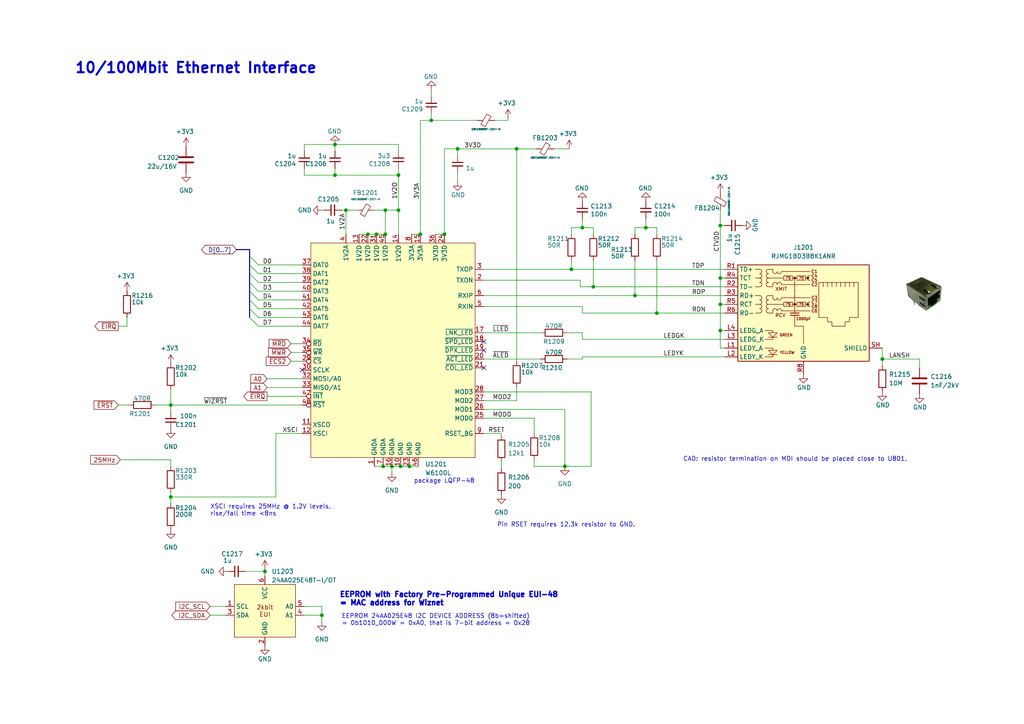
<source format=kicad_sch>
(kicad_sch (version 20230121) (generator eeschema)
  (paper "A4")
  (title_block (title "X65-SBC") (date "2024-01-10") (rev "revA1") (company "FOR X65.EU DESIGNED BY JSYKORA.INFO") (comment 1 "Ethernet LAN Adapter with WIZNET"))
  (lib_symbols
    (symbol "Connector:RJ45_Amphenol_RJMG1BD3B8K1ANR"
      (property "Reference" "J1201" (at 0 19.05 0))
      (property "Value" "RJMG1BD3B8K1ANR" (at 0 16.51 0))
      (symbol "RJ45_Amphenol_RJMG1BD3B8K1ANR_0_0"
        (circle (center -2.54 2.54) (radius 0.254) (stroke (width 0.254)) (fill (type outline)))
        (circle (center -2.54 10.16) (radius 0.254) (stroke (width 0.254)) (fill (type outline)))
        (polyline (pts (xy -7.62 -12.065) (xy -10.16 -12.065)))
        (polyline (pts (xy -7.62 -6.985) (xy -10.16 -6.985)))
        (polyline (pts (xy -2.54 10.16) (xy -2.54 0)))
        (polyline (pts (xy -1.27 -0.635) (xy -3.81 -0.635)) (stroke (width 0.254)))
        (polyline (pts (xy -1.27 0) (xy -3.81 0)) (stroke (width 0.254)))
        (polyline (pts (xy 1.27 2.54) (xy 0.635 2.54)))
        (polyline (pts (xy 1.27 10.16) (xy 0.635 10.16)))
        (polyline (pts (xy -11.176 -12.7) (xy -8.89 -12.7) (xy -8.89 -12.065)))
        (polyline (pts (xy -11.176 -10.16) (xy -8.89 -10.16) (xy -8.89 -10.795)))
        (polyline (pts (xy -11.176 -5.08) (xy -8.89 -5.08) (xy -8.89 -5.715)))
        (polyline (pts (xy -8.89 -6.985) (xy -8.89 -7.62) (xy -11.176 -7.62)))
        (polyline (pts (xy -10.16 -5.715) (xy -7.62 -5.715) (xy -8.89 -6.985) (xy -10.16 -5.715)))
        (polyline (pts (xy -7.62 -10.795) (xy -10.16 -10.795) (xy -8.89 -12.065) (xy -7.62 -10.795)))
        (polyline (pts (xy -2.54 -0.635) (xy -2.54 -3.81) (xy 0 -3.81) (xy 0 -8.89)))
        (polyline (pts (xy 1.905 3.175) (xy 1.27 3.175) (xy 1.27 1.905) (xy 1.905 1.905)))
        (polyline (pts (xy 1.905 10.795) (xy 1.27 10.795) (xy 1.27 9.525) (xy 1.905 9.525)))
        (circle (center 1.27 2.54) (radius 0.254) (stroke (width 0.254)) (fill (type outline)))
        (circle (center 1.27 10.16) (radius 0.254) (stroke (width 0.254)) (fill (type outline)))
        (text "1000pF" (at 0 -1.651 0) (effects (font (size 0.762 0.762))))
        (text "75" (at -4.445 2.54 0) (effects (font (size 0.762 0.762))))
        (text "75" (at -4.445 10.16 0) (effects (font (size 0.762 0.762))))
        (text "75" (at -0.635 2.54 0) (effects (font (size 0.762 0.762))))
        (text "75" (at -0.635 10.16 0) (effects (font (size 0.762 0.762))))
        (text "C1" (at 3.175 12.065 0) (effects (font (size 0.889 0.889))))
        (text "C2" (at 3.175 8.255 0) (effects (font (size 0.889 0.889))))
        (text "C3" (at 3.175 4.445 0) (effects (font (size 0.889 0.889))))
        (text "C4" (at 3.175 10.795 0) (effects (font (size 0.889 0.889))))
        (text "C5" (at 3.175 9.525 0) (effects (font (size 0.889 0.889))))
        (text "C6" (at 3.175 0.635 0) (effects (font (size 0.889 0.889))))
        (text "C7" (at 3.175 3.175 0) (effects (font (size 0.889 0.889))))
        (text "C8" (at 3.175 1.905 0) (effects (font (size 0.889 0.889))))
        (text "GREEN" (at -6.985 -6.35 0) (effects (font (size 0.762 0.762)) (justify left)))
        (text "RCV" (at -8.255 -0.635 0) (effects (font (size 1.016 1.016)) (justify left)))
        (text "XMIT" (at -8.255 6.985 0) (effects (font (size 1.016 1.016)) (justify left)))
        (text "YELLOW" (at -6.985 -11.43 0) (effects (font (size 0.762 0.762)) (justify left)))
      )
      (symbol "RJ45_Amphenol_RJMG1BD3B8K1ANR_0_1"
        (rectangle (start -19.05 -13.97) (end 19.05 13.97) (stroke (width 0.254)) (fill (type background)))
        (arc (start -12.7 0) (mid -12.0677 0.635) (end -12.7 1.27))
        (arc (start -12.7 1.27) (mid -12.0677 1.905) (end -12.7 2.54))
        (arc (start -12.7 2.54) (mid -12.0677 3.175) (end -12.7 3.81))
        (arc (start -12.7 3.81) (mid -12.0677 4.445) (end -12.7 5.08))
        (arc (start -12.7 7.62) (mid -12.0677 8.255) (end -12.7 8.89))
        (arc (start -12.7 8.89) (mid -12.0677 9.525) (end -12.7 10.16))
        (arc (start -12.7 10.16) (mid -12.0677 10.795) (end -12.7 11.43))
        (arc (start -12.7 11.43) (mid -12.0677 12.065) (end -12.7 12.7))
        (arc (start -10.16 1.27) (mid -10.7923 0.635) (end -10.16 0))
        (arc (start -10.16 2.54) (mid -10.7923 1.905) (end -10.16 1.27))
        (arc (start -10.16 3.81) (mid -10.7923 3.175) (end -10.16 2.54))
        (arc (start -10.16 5.08) (mid -10.7923 4.445) (end -10.16 3.81))
        (arc (start -10.16 8.89) (mid -10.7923 8.255) (end -10.16 7.62))
        (arc (start -10.16 10.16) (mid -10.7923 9.525) (end -10.16 8.89))
        (arc (start -10.16 11.43) (mid -10.7923 10.795) (end -10.16 10.16))
        (arc (start -10.16 12.7) (mid -10.7923 12.065) (end -10.16 11.43))
        (arc (start -8.89 4.445) (mid -8.255 3.8127) (end -7.62 4.445))
        (arc (start -8.89 12.065) (mid -8.255 11.4327) (end -7.62 12.065))
        (arc (start -7.62 0.635) (mid -8.255 1.2673) (end -8.89 0.635))
        (arc (start -7.62 4.445) (mid -6.985 3.8127) (end -6.35 4.445))
        (arc (start -7.62 8.255) (mid -8.255 8.8873) (end -8.89 8.255))
        (arc (start -7.62 12.065) (mid -6.985 11.4327) (end -6.35 12.065))
        (arc (start -6.35 0.635) (mid -6.985 1.2673) (end -7.62 0.635))
        (arc (start -6.35 8.255) (mid -6.985 8.8873) (end -7.62 8.255))
        (rectangle (start -5.715 3.175) (end -3.175 1.905))
        (rectangle (start -5.715 10.795) (end -3.175 9.525))
        (rectangle (start -1.905 3.175) (end 0.635 1.905))
        (rectangle (start -1.905 10.795) (end 0.635 9.525))
        (polyline (pts (xy -12.7 0) (xy -13.97 0)))
        (polyline (pts (xy -12.7 2.54) (xy -13.97 2.54)))
        (polyline (pts (xy -12.7 5.08) (xy -13.97 5.08)))
        (polyline (pts (xy -12.7 7.62) (xy -13.97 7.62)))
        (polyline (pts (xy -12.7 10.16) (xy -13.97 10.16)))
        (polyline (pts (xy -12.7 12.7) (xy -13.97 12.7)))
        (polyline (pts (xy -6.35 0.635) (xy 1.905 0.635)))
        (polyline (pts (xy -6.35 4.445) (xy 1.905 4.445)))
        (polyline (pts (xy -6.35 8.255) (xy 1.905 8.255)))
        (polyline (pts (xy -6.35 12.065) (xy 1.905 12.065)))
        (polyline (pts (xy -5.715 2.54) (xy -10.16 2.54)))
        (polyline (pts (xy -5.715 10.16) (xy -10.16 10.16)))
        (polyline (pts (xy -3.175 2.54) (xy -1.905 2.54)))
        (polyline (pts (xy -3.175 10.16) (xy -1.905 10.16)))
        (polyline (pts (xy 5.715 7.62) (xy 5.715 8.89)))
        (polyline (pts (xy 6.985 8.89) (xy 6.985 7.62)))
        (polyline (pts (xy 8.255 8.89) (xy 8.255 7.62)))
        (polyline (pts (xy 9.525 8.89) (xy 9.525 7.62)))
        (polyline (pts (xy 10.795 8.89) (xy 10.795 7.62)))
        (polyline (pts (xy 12.065 8.89) (xy 12.065 7.62)))
        (polyline (pts (xy 13.335 7.62) (xy 13.335 8.89)))
        (polyline (pts (xy 14.605 7.62) (xy 14.605 8.89)))
        (polyline (pts (xy -10.16 5.08) (xy -8.89 5.08) (xy -8.89 4.445)))
        (polyline (pts (xy -10.16 12.7) (xy -8.89 12.7) (xy -8.89 12.065)))
        (polyline (pts (xy -8.89 0.635) (xy -8.89 0) (xy -10.16 0)))
        (polyline (pts (xy -8.89 8.255) (xy -8.89 7.62) (xy -10.16 7.62)))
        (polyline (pts (xy 4.445 8.89) (xy 15.875 8.89) (xy 15.875 -1.27) (xy 13.335 -1.27) (xy 13.335 -2.54) (xy 12.065 -2.54) (xy 12.065 -3.81) (xy 8.255 -3.81) (xy 8.255 -2.54) (xy 6.985 -2.54) (xy 6.985 -1.27) (xy 4.445 -1.27) (xy 4.445 8.89)))
      )
      (symbol "RJ45_Amphenol_RJMG1BD3B8K1ANR_1_1"
        (pin passive line (at -22.86 -10.16 0) (length 3.81) (name "LEDY_A") (number "L1"))
        (pin passive line (at -22.86 -12.7 0) (length 3.81) (name "LEDY_K") (number "L2"))
        (pin passive line (at -22.86 -7.62 0) (length 3.81) (name "LEDG_K") (number "L3"))
        (pin passive line (at -22.86 -5.08 0) (length 3.81) (name "LEDG_A") (number "L4"))
        (pin passive line (at -22.86 12.7 0) (length 3.81) (name "TD+") (number "R1"))
        (pin passive line (at -22.86 7.62 0) (length 3.81) (name "TD-") (number "R2"))
        (pin passive line (at -22.86 5.08 0) (length 3.81) (name "RD+") (number "R3"))
        (pin passive line (at -22.86 10.16 0) (length 3.81) (name "TCT") (number "R4"))
        (pin passive line (at -22.86 2.54 0) (length 3.81) (name "RCT") (number "R5"))
        (pin passive line (at -22.86 0 0) (length 3.81) (name "RD-") (number "R6"))
        (pin no_connect line (at 5.08 -5.08 0) (length 0) hide (name "NC") (number "R7"))
        (pin power_in line (at 0 -17.78 90) (length 3.81) (name "GND") (number "R8"))
        (pin passive line (at 22.86 -10.16 180) (length 3.81) (name "SHIELD") (number "SH"))
      )
    )
    (symbol "Device:C" (pin_numbers hide) (pin_names (offset 0.254))
      (property "Reference" "C" (at 0.635 2.54 0))
      (property "Value" "C" (at 0.635 -2.54 0))
      (symbol "C_0_1"
        (polyline (pts (xy -2.032 -0.762) (xy 2.032 -0.762)) (stroke (width 0.508)))
        (polyline (pts (xy -2.032 0.762) (xy 2.032 0.762)) (stroke (width 0.508)))
      )
      (symbol "C_1_1"
        (pin passive line (at 0 3.81 270) (length 2.794) (name "~") (number "1"))
        (pin passive line (at 0 -3.81 90) (length 2.794) (name "~") (number "2"))
      )
    )
    (symbol "Device:C_Small" (pin_numbers hide) (pin_names (offset 0.254) hide)
      (property "Reference" "C" (at 0.254 1.778 0))
      (property "Value" "C_Small" (at 0.254 -2.032 0))
      (symbol "C_Small_0_1"
        (polyline (pts (xy -1.524 -0.508) (xy 1.524 -0.508)) (stroke (width 0.3302)))
        (polyline (pts (xy -1.524 0.508) (xy 1.524 0.508)) (stroke (width 0.3048)))
      )
      (symbol "C_Small_1_1"
        (pin passive line (at 0 2.54 270) (length 2.032) (name "~") (number "1"))
        (pin passive line (at 0 -2.54 90) (length 2.032) (name "~") (number "2"))
      )
    )
    (symbol "Device:FerriteBead_Small" (pin_numbers hide) (pin_names (offset 0))
      (property "Reference" "FB" (at 1.905 1.27 0))
      (property "Value" "FerriteBead_Small" (at 1.905 -1.27 0))
      (symbol "FerriteBead_Small_0_1"
        (polyline (pts (xy 0 -1.27) (xy 0 -0.7874)))
        (polyline (pts (xy 0 0.889) (xy 0 1.2954)))
        (polyline (pts (xy -1.8288 0.2794) (xy -1.1176 1.4986) (xy 1.8288 -0.2032) (xy 1.1176 -1.4224) (xy -1.8288 0.2794)))
      )
      (symbol "FerriteBead_Small_1_1"
        (pin passive line (at 0 2.54 270) (length 1.27) (name "~") (number "1"))
        (pin passive line (at 0 -2.54 90) (length 1.27) (name "~") (number "2"))
      )
    )
    (symbol "Device:R" (pin_numbers hide) (pin_names (offset 0))
      (property "Reference" "R" (at 2.032 0 90))
      (property "Value" "R" (at 0 0 90))
      (symbol "R_0_1"
        (rectangle (start -1.016 -2.54) (end 1.016 2.54) (stroke (width 0.254)))
      )
      (symbol "R_1_1"
        (pin passive line (at 0 3.81 270) (length 1.27) (name "~") (number "1"))
        (pin passive line (at 0 -3.81 90) (length 1.27) (name "~") (number "2"))
      )
    )
    (symbol "Wiznet:24AA025E-OT"
      (property "Reference" "U" (at 3.81 19.05 0))
      (property "Value" "24AA025E-OT" (at 8.89 16.51 0))
      (symbol "24AA025E-OT_0_1"
        (rectangle (start -8.89 15.24) (end 8.89 0) (fill (type background)))
        (text "2kbit\nEUI" (at 0 7.62 0) (effects (font (size 1.27 1.27))))
      )
      (symbol "24AA025E-OT_1_1"
        (pin input line (at -11.43 8.89 0) (length 2.54) (name "SCL") (number "1"))
        (pin power_in line (at 0 -2.54 90) (length 2.54) (name "GND") (number "2"))
        (pin bidirectional line (at -11.43 6.35 0) (length 2.54) (name "SDA") (number "3"))
        (pin input line (at 11.43 6.35 180) (length 2.54) (name "A1") (number "4"))
        (pin input line (at 11.43 8.89 180) (length 2.54) (name "A0") (number "5"))
        (pin power_in line (at 0 17.78 270) (length 2.54) (name "VCC") (number "6"))
      )
    )
    (symbol "Wiznet:W6100L"
      (property "Reference" "U" (at -24.765 -35.56 0))
      (property "Value" "W6100L" (at -21.59 -38.1 0))
      (symbol "W6100L_0_1"
        (rectangle (start -25.4 29.21) (end 22.225 -33.02) (fill (type background)))
      )
      (symbol "W6100L_1_1"
        (pin power_in line (at -6.985 -35.56 90) (length 2.54) (name "GNDA") (number "1"))
        (pin power_in line (at 0.635 -35.56 90) (length 2.54) (name "GND") (number "10"))
        (pin input line (at -27.94 -23.495 0) (length 2.54) (name "XSCO") (number "11"))
        (pin input line (at -27.94 -26.035 0) (length 2.54) (name "XSCI") (number "12"))
        (pin power_in line (at -11.43 31.75 270) (length 2.54) (name "1V2D") (number "13"))
        (pin power_out line (at 0 31.75 270) (length 2.54) (name "1V2O") (number "14"))
        (pin power_in line (at 6.35 31.75 270) (length 2.54) (name "3V3A") (number "15"))
        (pin power_in line (at -1.905 -35.56 90) (length 2.54) (name "GNDA") (number "16"))
        (pin output line (at 24.765 3.175 180) (length 2.54) (name "~{LNK_LED}") (number "17"))
        (pin output line (at 24.765 0.635 180) (length 2.54) (name "~{SPD_LED}") (number "18"))
        (pin output line (at 24.765 -1.905 180) (length 2.54) (name "~{DPX_LED}") (number "19"))
        (pin output line (at 24.765 18.415 180) (length 2.54) (name "TXON") (number "2"))
        (pin output line (at 24.765 -4.445 180) (length 2.54) (name "~{ACT_LED}") (number "20"))
        (pin output line (at 24.765 -6.985 180) (length 2.54) (name "~{COL_LED}") (number "21"))
        (pin power_in line (at -8.89 31.75 270) (length 2.54) (name "1V2D") (number "22"))
        (pin power_in line (at 3.175 -35.56 90) (length 2.54) (name "GND") (number "23"))
        (pin power_in line (at 13.335 31.75 270) (length 2.54) (name "3V3D") (number "24"))
        (pin input line (at 24.765 -21.59 180) (length 2.54) (name "MOD0") (number "25"))
        (pin input line (at 24.765 -19.05 180) (length 2.54) (name "MOD1") (number "26"))
        (pin input line (at 24.765 -16.51 180) (length 2.54) (name "MOD2") (number "27"))
        (pin input line (at 24.765 -13.97 180) (length 2.54) (name "MOD3") (number "28"))
        (pin input inverted (at -27.94 -5.08 0) (length 2.54) (name "~{CS}") (number "29"))
        (pin output line (at 24.765 21.59 180) (length 2.54) (name "TXOP") (number "3"))
        (pin input line (at -27.94 -7.62 0) (length 2.54) (name "SCLK") (number "30"))
        (pin power_in line (at -6.35 31.75 270) (length 2.54) (name "1V2D") (number "31"))
        (pin input line (at -27.94 -10.16 0) (length 2.54) (name "MOSI/A0") (number "32"))
        (pin bidirectional line (at -27.94 -12.7 0) (length 2.54) (name "MISO/A1") (number "33"))
        (pin input inverted (at -27.94 0 0) (length 2.54) (name "~{RD}") (number "34"))
        (pin input inverted (at -27.94 -2.54 0) (length 2.54) (name "~{WR}") (number "35"))
        (pin power_in line (at 10.795 31.75 270) (length 2.54) (name "3V3D") (number "36"))
        (pin bidirectional line (at -27.94 22.86 0) (length 2.54) (name "DAT0") (number "37"))
        (pin bidirectional line (at -27.94 20.32 0) (length 2.54) (name "DAT1") (number "38"))
        (pin bidirectional line (at -27.94 17.78 0) (length 2.54) (name "DAT2") (number "39"))
        (pin power_in line (at -15.24 31.75 270) (length 2.54) (name "1V2A") (number "4"))
        (pin bidirectional line (at -27.94 15.24 0) (length 2.54) (name "DAT3") (number "40"))
        (pin bidirectional line (at -27.94 12.7 0) (length 2.54) (name "DAT4") (number "41"))
        (pin bidirectional line (at -27.94 10.16 0) (length 2.54) (name "DAT5") (number "42"))
        (pin bidirectional line (at -27.94 7.62 0) (length 2.54) (name "DAT6") (number "43"))
        (pin bidirectional line (at -27.94 5.08 0) (length 2.54) (name "DAT7") (number "44"))
        (pin power_in line (at -3.81 31.75 270) (length 2.54) (name "1V2D") (number "45"))
        (pin power_in line (at 5.715 -35.56 90) (length 2.54) (name "GND") (number "46"))
        (pin bidirectional inverted (at -27.94 -15.24 0) (length 2.54) (name "~{INT}") (number "47"))
        (pin input inverted (at -27.94 -17.78 0) (length 2.54) (name "~{RST}") (number "48"))
        (pin input line (at 24.765 10.795 180) (length 2.54) (name "RXIN") (number "5"))
        (pin input line (at 24.765 13.97 180) (length 2.54) (name "RXIP") (number "6"))
        (pin power_in line (at -4.445 -35.56 90) (length 2.54) (name "GNDA") (number "7"))
        (pin power_in line (at 3.81 31.75 270) (length 2.54) (name "3V3A") (number "8"))
        (pin input line (at 24.765 -26.035 180) (length 2.54) (name "RSET_BG") (number "9"))
      )
    )
    (symbol "power:+3V3" (power) (pin_names (offset 0))
      (property "Value" "+3V3" (at 0 3.556 0))
      (symbol "+3V3_0_1"
        (polyline (pts (xy -0.762 1.27) (xy 0 2.54)))
        (polyline (pts (xy 0 0) (xy 0 2.54)))
        (polyline (pts (xy 0 2.54) (xy 0.762 1.27)))
      )
      (symbol "+3V3_1_1"
        (pin power_in line (at 0 0 90) (length 0) hide (name "+3V3") (number "1"))
      )
    )
    (symbol "power:GND" (power) (pin_names (offset 0))
      (property "Value" "GND" (at 0 -3.81 0))
      (symbol "GND_0_1"
        (polyline (pts (xy 0 0) (xy 0 -1.27) (xy 1.27 -1.27) (xy 0 -2.54) (xy -1.27 -1.27) (xy 0 -1.27)))
      )
      (symbol "GND_1_1"
        (pin power_in line (at 0 0 270) (length 0) hide (name "GND") (number "1"))
      )
    )
  )
  (junction (at 149.86 43.18))
  (junction (at 100.33 60.96))
  (junction (at 49.53 117.475))
  (junction (at 208.915 80.645))
  (junction (at 187.325 66.04))
  (junction (at 184.15 85.725))
  (junction (at 49.53 144.145))
  (junction (at 165.735 78.105))
  (junction (at 121.92 67.945))
  (junction (at 111.76 60.96))
  (junction (at 190.5 90.805))
  (junction (at 97.155 50.8))
  (junction (at 128.905 67.945))
  (junction (at 97.155 41.91))
  (junction (at 93.345 178.435))
  (junction (at 109.22 67.945))
  (junction (at 106.68 67.945))
  (junction (at 111.76 67.945))
  (junction (at 111.125 135.255))
  (junction (at 115.57 50.8))
  (junction (at 116.205 135.255))
  (junction (at 118.745 135.255))
  (junction (at 172.085 83.185))
  (junction (at 208.915 65.405))
  (junction (at 125.095 34.925))
  (junction (at 208.915 88.265))
  (junction (at 255.905 104.14))
  (junction (at 208.915 95.885))
  (junction (at 132.715 43.18))
  (junction (at 76.835 165.735))
  (junction (at 168.91 66.04))
  (junction (at 163.83 135.255))
  (junction (at 115.57 60.96))
  (junction (at 113.665 135.255))
  (no_connect (at 140.335 106.68))
  (no_connect (at 87.63 107.315))
  (no_connect (at 140.335 99.06))
  (no_connect (at 140.335 101.6))
  (bus_entry (at 72.39 89.535) (size 2.54 2.54))
  (bus_entry (at 72.39 79.375) (size 2.54 2.54))
  (bus_entry (at 72.39 86.995) (size 2.54 2.54))
  (bus_entry (at 72.39 81.915) (size 2.54 2.54))
  (bus_entry (at 72.39 84.455) (size 2.54 2.54))
  (bus_entry (at 72.39 92.075) (size 2.54 2.54))
  (bus_entry (at 72.39 74.295) (size 2.54 2.54))
  (bus_entry (at 72.39 76.835) (size 2.54 2.54))
  (wire (pts (xy 87.63 125.73) (xy 80.01 125.73)))
  (bus (pts (xy 72.39 89.535) (xy 72.39 86.995)))
  (wire (pts (xy 121.92 67.945) (xy 121.92 34.925)))
  (wire (pts (xy 111.76 60.96) (xy 111.76 67.945)))
  (bus (pts (xy 72.39 76.835) (xy 72.39 74.295)))
  (wire (pts (xy 132.715 43.18) (xy 132.715 45.085)))
  (wire (pts (xy 184.15 67.945) (xy 184.15 66.04)))
  (wire (pts (xy 60.96 178.435) (xy 65.405 178.435)))
  (wire (pts (xy 163.83 135.255) (xy 171.45 135.255)))
  (wire (pts (xy 49.53 135.255) (xy 49.53 133.35)))
  (wire (pts (xy 74.93 86.995) (xy 87.63 86.995)))
  (wire (pts (xy 140.335 125.73) (xy 145.415 125.73)))
  (wire (pts (xy 49.53 117.475) (xy 49.53 113.03)))
  (wire (pts (xy 74.93 92.075) (xy 87.63 92.075)))
  (wire (pts (xy 208.915 88.265) (xy 208.915 95.885)))
  (wire (pts (xy 171.45 113.665) (xy 171.45 135.255)))
  (wire (pts (xy 168.91 96.52) (xy 164.465 96.52)))
  (wire (pts (xy 168.91 103.505) (xy 168.91 104.14)))
  (wire (pts (xy 93.345 175.895) (xy 93.345 178.435)))
  (wire (pts (xy 97.155 50.8) (xy 88.265 50.8)))
  (wire (pts (xy 76.835 165.1) (xy 76.835 165.735)))
  (bus (pts (xy 72.39 81.915) (xy 72.39 79.375)))
  (wire (pts (xy 77.47 114.935) (xy 87.63 114.935)))
  (wire (pts (xy 210.185 95.885) (xy 208.915 95.885)))
  (wire (pts (xy 115.57 48.895) (xy 115.57 50.8)))
  (wire (pts (xy 165.735 78.105) (xy 210.185 78.105)))
  (wire (pts (xy 266.7 104.14) (xy 266.7 106.68)))
  (wire (pts (xy 104.14 67.945) (xy 106.68 67.945)))
  (wire (pts (xy 184.15 75.565) (xy 184.15 85.725)))
  (wire (pts (xy 88.265 41.91) (xy 88.265 43.815)))
  (wire (pts (xy 100.33 60.96) (xy 100.33 67.945)))
  (wire (pts (xy 163.83 118.745) (xy 163.83 135.255)))
  (wire (pts (xy 76.835 165.735) (xy 76.835 167.005)))
  (wire (pts (xy 115.57 60.96) (xy 111.76 60.96)))
  (wire (pts (xy 97.155 41.91) (xy 97.155 43.815)))
  (wire (pts (xy 49.53 142.875) (xy 49.53 144.145)))
  (wire (pts (xy 184.15 66.04) (xy 187.325 66.04)))
  (wire (pts (xy 93.345 60.96) (xy 93.98 60.96)))
  (wire (pts (xy 34.925 133.35) (xy 49.53 133.35)))
  (bus (pts (xy 72.39 74.295) (xy 72.39 72.39)))
  (wire (pts (xy 74.93 94.615) (xy 87.63 94.615)))
  (wire (pts (xy 165.735 75.565) (xy 165.735 78.105)))
  (wire (pts (xy 172.085 66.04) (xy 172.085 67.945)))
  (wire (pts (xy 208.915 88.265) (xy 210.185 88.265)))
  (wire (pts (xy 113.665 135.255) (xy 116.205 135.255)))
  (wire (pts (xy 154.94 135.255) (xy 163.83 135.255)))
  (wire (pts (xy 84.455 104.775) (xy 87.63 104.775)))
  (wire (pts (xy 88.265 178.435) (xy 93.345 178.435)))
  (wire (pts (xy 97.155 50.8) (xy 115.57 50.8)))
  (wire (pts (xy 187.325 66.04) (xy 190.5 66.04)))
  (wire (pts (xy 109.22 67.945) (xy 111.76 67.945)))
  (wire (pts (xy 132.715 43.18) (xy 128.905 43.18)))
  (wire (pts (xy 88.265 175.895) (xy 93.345 175.895)))
  (wire (pts (xy 255.905 104.14) (xy 255.905 106.045)))
  (wire (pts (xy 128.905 43.18) (xy 128.905 67.945)))
  (wire (pts (xy 74.93 76.835) (xy 87.63 76.835)))
  (wire (pts (xy 97.155 41.91) (xy 115.57 41.91)))
  (wire (pts (xy 168.91 66.04) (xy 172.085 66.04)))
  (wire (pts (xy 119.38 67.945) (xy 121.92 67.945)))
  (wire (pts (xy 208.915 65.405) (xy 208.915 80.645)))
  (wire (pts (xy 140.335 121.285) (xy 154.94 121.285)))
  (wire (pts (xy 116.205 135.255) (xy 118.745 135.255)))
  (wire (pts (xy 255.905 100.965) (xy 255.905 104.14)))
  (wire (pts (xy 97.155 50.8) (xy 97.155 48.895)))
  (wire (pts (xy 125.095 34.925) (xy 138.43 34.925)))
  (wire (pts (xy 74.93 89.535) (xy 87.63 89.535)))
  (wire (pts (xy 80.01 125.73) (xy 80.01 144.145)))
  (wire (pts (xy 74.93 79.375) (xy 87.63 79.375)))
  (wire (pts (xy 155.575 43.18) (xy 149.86 43.18)))
  (wire (pts (xy 140.335 81.28) (xy 168.275 81.28)))
  (wire (pts (xy 210.185 98.425) (xy 168.91 98.425)))
  (wire (pts (xy 99.06 60.96) (xy 100.33 60.96)))
  (wire (pts (xy 145.415 125.73) (xy 145.415 126.365)))
  (wire (pts (xy 184.15 85.725) (xy 210.185 85.725)))
  (wire (pts (xy 113.665 135.255) (xy 113.665 137.16)))
  (wire (pts (xy 121.92 34.925) (xy 125.095 34.925)))
  (wire (pts (xy 149.86 43.18) (xy 149.86 104.775)))
  (wire (pts (xy 36.83 92.075) (xy 36.83 94.615)))
  (wire (pts (xy 36.83 94.615) (xy 34.29 94.615)))
  (wire (pts (xy 190.5 90.805) (xy 210.185 90.805)))
  (wire (pts (xy 60.96 175.895) (xy 65.405 175.895)))
  (wire (pts (xy 154.94 121.285) (xy 154.94 125.73)))
  (wire (pts (xy 147.32 34.925) (xy 143.51 34.925)))
  (wire (pts (xy 77.47 109.855) (xy 87.63 109.855)))
  (wire (pts (xy 115.57 50.8) (xy 115.57 60.96)))
  (bus (pts (xy 72.39 76.835) (xy 72.39 79.375)))
  (wire (pts (xy 111.125 135.255) (xy 113.665 135.255)))
  (wire (pts (xy 140.335 116.205) (xy 149.86 116.205)))
  (bus (pts (xy 68.58 72.39) (xy 72.39 72.39)))
  (wire (pts (xy 208.915 60.96) (xy 208.915 65.405)))
  (wire (pts (xy 108.585 60.96) (xy 111.76 60.96)))
  (wire (pts (xy 208.915 80.645) (xy 208.915 88.265)))
  (wire (pts (xy 140.335 118.745) (xy 163.83 118.745)))
  (wire (pts (xy 208.915 95.885) (xy 208.915 100.965)))
  (wire (pts (xy 165.735 66.04) (xy 168.91 66.04)))
  (wire (pts (xy 165.735 67.945) (xy 165.735 66.04)))
  (wire (pts (xy 49.53 144.145) (xy 80.01 144.145)))
  (wire (pts (xy 187.325 63.5) (xy 187.325 66.04)))
  (wire (pts (xy 126.365 67.945) (xy 128.905 67.945)))
  (wire (pts (xy 168.275 83.185) (xy 172.085 83.185)))
  (wire (pts (xy 34.29 117.475) (xy 37.465 117.475)))
  (wire (pts (xy 208.915 80.645) (xy 210.185 80.645)))
  (wire (pts (xy 154.94 133.35) (xy 154.94 135.255)))
  (wire (pts (xy 140.335 113.665) (xy 171.45 113.665)))
  (wire (pts (xy 255.905 104.14) (xy 266.7 104.14)))
  (wire (pts (xy 74.93 84.455) (xy 87.63 84.455)))
  (wire (pts (xy 115.57 43.815) (xy 115.57 41.91)))
  (wire (pts (xy 190.5 66.04) (xy 190.5 67.945)))
  (bus (pts (xy 72.39 86.995) (xy 72.39 84.455)))
  (wire (pts (xy 140.335 85.725) (xy 184.15 85.725)))
  (wire (pts (xy 71.12 165.735) (xy 76.835 165.735)))
  (wire (pts (xy 108.585 135.255) (xy 111.125 135.255)))
  (wire (pts (xy 145.415 133.985) (xy 145.415 135.89)))
  (wire (pts (xy 88.265 50.8) (xy 88.265 48.895)))
  (wire (pts (xy 74.93 81.915) (xy 87.63 81.915)))
  (wire (pts (xy 118.745 135.255) (xy 121.285 135.255)))
  (wire (pts (xy 87.63 117.475) (xy 49.53 117.475)))
  (wire (pts (xy 115.57 67.945) (xy 115.57 60.96)))
  (wire (pts (xy 208.915 65.405) (xy 210.185 65.405)))
  (wire (pts (xy 103.505 60.96) (xy 100.33 60.96)))
  (wire (pts (xy 84.455 102.235) (xy 87.63 102.235)))
  (wire (pts (xy 172.085 75.565) (xy 172.085 83.185)))
  (wire (pts (xy 93.345 178.435) (xy 93.345 180.34)))
  (wire (pts (xy 147.32 34.29) (xy 147.32 34.925)))
  (wire (pts (xy 168.91 98.425) (xy 168.91 96.52)))
  (wire (pts (xy 140.335 96.52) (xy 156.845 96.52)))
  (wire (pts (xy 172.085 83.185) (xy 210.185 83.185)))
  (wire (pts (xy 132.715 52.705) (xy 132.715 50.165)))
  (wire (pts (xy 125.095 26.035) (xy 125.095 27.94)))
  (bus (pts (xy 72.39 84.455) (xy 72.39 81.915)))
  (wire (pts (xy 125.095 33.02) (xy 125.095 34.925)))
  (wire (pts (xy 190.5 75.565) (xy 190.5 90.805)))
  (bus (pts (xy 72.39 92.075) (xy 72.39 89.535)))
  (wire (pts (xy 49.53 117.475) (xy 49.53 119.38)))
  (wire (pts (xy 140.335 88.9) (xy 168.91 88.9)))
  (wire (pts (xy 140.335 104.14) (xy 156.845 104.14)))
  (wire (pts (xy 149.86 112.395) (xy 149.86 116.205)))
  (wire (pts (xy 210.185 103.505) (xy 168.91 103.505)))
  (wire (pts (xy 49.53 144.145) (xy 49.53 146.05)))
  (wire (pts (xy 208.915 100.965) (xy 210.185 100.965)))
  (wire (pts (xy 132.715 43.18) (xy 149.86 43.18)))
  (wire (pts (xy 168.91 63.5) (xy 168.91 66.04)))
  (wire (pts (xy 97.155 41.91) (xy 88.265 41.91)))
  (wire (pts (xy 168.91 104.14) (xy 164.465 104.14)))
  (wire (pts (xy 168.91 90.805) (xy 190.5 90.805)))
  (wire (pts (xy 160.655 43.18) (xy 165.1 43.18)))
  (wire (pts (xy 168.275 81.28) (xy 168.275 83.185)))
  (wire (pts (xy 106.68 67.945) (xy 109.22 67.945)))
  (wire (pts (xy 77.47 112.395) (xy 87.63 112.395)))
  (wire (pts (xy 45.085 117.475) (xy 49.53 117.475)))
  (wire (pts (xy 84.455 99.695) (xy 87.63 99.695)))
  (wire (pts (xy 168.91 88.9) (xy 168.91 90.805)))
  (wire (pts (xy 140.335 78.105) (xy 165.735 78.105)))
  (image (at 267.97 85.09) (scale 0.522208))
  (text "EEPROM 24AA025E48 I2C DEVICE ADDRESS (8b=shifted)\n= 0b1010_000W = 0xA0, that is 7-bit address = 0x28\n" (at 99.06 181.61 0) (effects (font (size 1.27 1.27)) (justify left bottom)))
  (text "package LQFP-48" (at 120.015 140.335 0) (effects (font (size 1.27 1.27)) (justify left bottom)))
  (text "CAD: resistor termination on MDI should be placed close to U801." (at 198.12 133.985 0) (effects (font (size 1.27 1.27)) (justify left bottom)))
  (text "XSCI requires 25MHz @ 1.2V levels,\nrise/fall time <8ns" (at 60.96 149.86 0) (effects (font (size 1.27 1.27)) (justify left bottom)))
  (text "Pin RSET requires 12.3k resistor to GND." (at 144.145 153.035 0) (effects (font (size 1.27 1.27)) (justify left bottom)))
  (text "10/100Mbit Ethernet Interface" (at 21.59 21.59 0) (effects (font (size 3 3) (thickness 0.6) bold) (justify left bottom)))
  (text "EEPROM with Factory Pre-Programmed Unique EUI-48\n= MAC address for Wiznet" (at 98.425 175.895 0) (effects (font (size 1.5 1.5) (thickness 0.6) bold) (justify left bottom)))
  (label "LEDYK" (at 192.405 103.505 0))
  (label "~{ALED}" (at 142.875 104.14 0))
  (label "MOD0" (at 142.875 121.285 0))
  (label "LEDGK" (at 192.405 98.425 0))
  (label "CTVDD" (at 208.915 73.025 90))
  (label "LANSH" (at 257.81 104.14 0))
  (label "RDP" (at 200.66 85.725 0))
  (label "RDN" (at 200.66 90.805 0))
  (label "MOD2" (at 142.875 116.205 0))
  (label "1V2A" (at 100.33 66.675 90))
  (label "D1" (at 76.2 79.375 0))
  (label "3V3A" (at 121.92 57.785 90))
  (label "3V3D" (at 134.62 43.18 0))
  (label "D2" (at 76.2 81.915 0))
  (label "D7" (at 76.2 94.615 0))
  (label "D6" (at 76.2 92.075 0))
  (label "TDN" (at 200.66 83.185 0))
  (label "XSCI" (at 81.915 125.73 0))
  (label "~{LLED}" (at 142.875 96.52 0))
  (label "~{WIZRST}" (at 59.055 117.475 0))
  (label "D0" (at 76.2 76.835 0))
  (label "TDP" (at 200.66 78.105 0))
  (label "1V2O" (at 115.57 57.785 90))
  (label "RSET" (at 141.605 125.73 0))
  (label "D5" (at 76.2 89.535 0))
  (label "D3" (at 76.2 84.455 0))
  (label "D4" (at 76.2 86.995 0))
  (global_label "D[0..7]" (shape bidirectional) (at 68.58 72.39 180) (property "Intersheetrefs" "${INTERSHEET_REFS}" (effects hide)) (property "Reference mezi listy" "${INTERSHEET_REFS}" (effects hide)))
  (global_label "~{EIRQ}" (shape output) (at 77.47 114.935 180) (property "Intersheetrefs" "${INTERSHEET_REFS}" (effects hide)) (property "Reference mezi listy" "${INTERSHEET_REFS}" (effects hide)))
  (global_label "I2C_SDA" (shape bidirectional) (at 60.96 178.435 180) (property "Intersheetrefs" "${INTERSHEET_REFS}" (effects hide)))
  (global_label "A1" (shape input) (at 77.47 112.395 180) (property "Intersheetrefs" "${INTERSHEET_REFS}" (effects hide)) (property "Reference mezi listy" "${INTERSHEET_REFS}" (effects hide)))
  (global_label "~{ECS2}" (shape input) (at 84.455 104.775 180) (property "Intersheetrefs" "${INTERSHEET_REFS}" (effects hide)) (property "Reference mezi listy" "${INTERSHEET_REFS}" (effects hide)))
  (global_label "A0" (shape input) (at 77.47 109.855 180) (property "Intersheetrefs" "${INTERSHEET_REFS}" (effects hide)) (property "Reference mezi listy" "${INTERSHEET_REFS}" (effects hide)))
  (global_label "~{EIRQ}" (shape output) (at 34.29 94.615 180) (property "Intersheetrefs" "${INTERSHEET_REFS}" (effects hide)) (property "Reference mezi listy" "${INTERSHEET_REFS}" (effects hide)))
  (global_label "~{MWR}" (shape input) (at 84.455 102.235 180) (property "Intersheetrefs" "${INTERSHEET_REFS}" (effects hide)) (property "Reference mezi listy" "${INTERSHEET_REFS}" (effects hide)))
  (global_label "25MHz" (shape input) (at 34.925 133.35 180) (property "Intersheetrefs" "${INTERSHEET_REFS}" (effects hide)) (property "Reference mezi listy" "${INTERSHEET_REFS}" (effects hide)))
  (global_label "~{MRD}" (shape input) (at 84.455 99.695 180) (property "Intersheetrefs" "${INTERSHEET_REFS}" (effects hide)) (property "Reference mezi listy" "${INTERSHEET_REFS}" (effects hide)))
  (global_label "I2C_SCL" (shape input) (at 60.96 175.895 180) (property "Intersheetrefs" "${INTERSHEET_REFS}" (effects hide)))
  (global_label "~{ERST}" (shape input) (at 34.29 117.475 180) (property "Intersheetrefs" "${INTERSHEET_REFS}" (effects hide)) (property "Reference mezi listy" "${INTERSHEET_REFS}" (effects hide)))
  (symbol (lib_id "Device:R") (at 49.53 139.065 0) (unit 1)
    (property "Reference" "R1203" (at 50.8 136.525 0) (effects (justify left)))
    (property "Value" "330R" (at 50.8 138.43 0) (effects (justify left)))
    (property "Footprint" "Resistor_SMD:R_0603_1608Metric_Pad0.98x0.95mm_HandSolder" (effects hide))
    (instances (project "x65-sbc-revA1" (path "" (reference "R1203") (unit 1))) (project "openX65-vabo" (path "" (reference "R820") (unit 1))))
  )
  (symbol (lib_id "power:GND") (at 97.155 41.91 180) (unit 1)
    (property "Reference" "#PWR01209" (effects hide))
    (property "Value" "GND" (at 99.06 38.1 0) (effects (justify left)))
    (instances (project "x65-sbc-revA1" (path "" (reference "#PWR01209") (unit 1))) (project "openX65-vabo" (path "" (reference "#PWR0101") (unit 1))))
  )
  (symbol (lib_id "Device:C_Small") (at 115.57 46.355 180) (unit 1)
    (property "Reference" "C1208" (at 113.2332 47.5234 0) (effects (justify left)))
    (property "Value" "3u3" (at 113.2332 45.212 0) (effects (justify left)))
    (property "Footprint" "Capacitor_SMD:C_0603_1608Metric_Pad1.08x0.95mm_HandSolder" (effects hide))
    (instances (project "x65-sbc-revA1" (path "" (reference "C1208") (unit 1))) (project "openX65-vabo" (path "" (reference "C806") (unit 1))))
  )
  (symbol (lib_id "Device:R") (at 160.655 104.14 90) (unit 1)
    (property "Reference" "R1210" (at 163.195 106.68 90) (effects (justify left)))
    (property "Value" "470R" (at 163.195 102.235 90) (effects (justify left)))
    (property "Footprint" "Resistor_SMD:R_0603_1608Metric_Pad0.98x0.95mm_HandSolder" (effects hide))
    (instances (project "x65-sbc-revA1" (path "" (reference "R1210") (unit 1))) (project "openX65-vabo" (path "" (reference "R808") (unit 1))))
  )
  (symbol (lib_id "power:GND") (at 49.53 153.67 0) (unit 1)
    (property "Reference" "#PWR01203" (effects hide))
    (property "Value" "GND" (at 49.53 158.75 0))
    (instances (project "x65-sbc-revA1" (path "" (reference "#PWR01203") (unit 1))) (project "openX65-vabo" (path "" (reference "#PWR0814") (unit 1))))
  )
  (symbol (lib_id "Device:R") (at 49.53 149.86 0) (unit 1)
    (property "Reference" "R1204" (at 50.8 147.32 0) (effects (justify left)))
    (property "Value" "200R" (at 50.8 149.225 0) (effects (justify left)))
    (property "Footprint" "Resistor_SMD:R_0603_1608Metric_Pad0.98x0.95mm_HandSolder" (effects hide))
    (instances (project "x65-sbc-revA1" (path "" (reference "R1204") (unit 1))) (project "openX65-vabo" (path "" (reference "R821") (unit 1))))
  )
  (symbol (lib_id "power:GND") (at 113.665 137.16 0) (unit 1)
    (property "Reference" "#PWR01210" (effects hide))
    (property "Value" "GND" (at 113.665 142.24 0))
    (instances (project "x65-sbc-revA1" (path "" (reference "#PWR01210") (unit 1))) (project "openX65-vabo" (path "" (reference "#PWR0801") (unit 1))))
  )
  (symbol (lib_id "power:GND") (at 132.715 52.705 0) (unit 1)
    (property "Reference" "#PWR01212" (effects hide))
    (property "Value" "GND" (at 130.81 56.515 0) (effects (justify left)))
    (instances (project "x65-sbc-revA1" (path "" (reference "#PWR01212") (unit 1))) (project "openX65-vabo" (path "" (reference "#PWR0808") (unit 1))))
  )
  (symbol (lib_id "power:GND") (at 145.415 143.51 0) (unit 1)
    (property "Reference" "#PWR01213" (effects hide))
    (property "Value" "GND" (at 145.415 148.59 0))
    (instances (project "x65-sbc-revA1" (path "" (reference "#PWR01213") (unit 1))) (project "openX65-vabo" (path "" (reference "#PWR0802") (unit 1))))
  )
  (symbol (lib_id "Device:R") (at 49.53 109.22 0) (unit 1)
    (property "Reference" "R1202" (at 50.8 106.68 0) (effects (justify left)))
    (property "Value" "10k" (at 50.8 108.585 0) (effects (justify left)))
    (property "Footprint" "Resistor_SMD:R_0603_1608Metric_Pad0.98x0.95mm_HandSolder" (effects hide))
    (instances (project "x65-sbc-revA1" (path "" (reference "R1202") (unit 1))) (project "openX65-vabo" (path "" (reference "R819") (unit 1))))
  )
  (symbol (lib_id "Device:R") (at 160.655 96.52 90) (unit 1)
    (property "Reference" "R1209" (at 163.83 99.06 90) (effects (justify left)))
    (property "Value" "470R" (at 163.195 94.615 90) (effects (justify left)))
    (property "Footprint" "Resistor_SMD:R_0603_1608Metric_Pad0.98x0.95mm_HandSolder" (effects hide))
    (instances (project "x65-sbc-revA1" (path "" (reference "R1209") (unit 1))) (project "openX65-vabo" (path "" (reference "R807") (unit 1))))
  )
  (symbol (lib_id "power:+3V3") (at 49.53 105.41 0) (mirror y) (unit 1)
    (property "Reference" "#PWR01201" (effects hide))
    (property "Value" "+3V3" (at 49.149 101.0158 0))
    (instances (project "x65-sbc-revA1" (path "" (reference "#PWR01201") (unit 1))) (project "openX65-vabo" (path "" (reference "#PWR0809") (unit 1))))
  )
  (symbol (lib_id "power:GND") (at 93.345 60.96 270) (unit 1)
    (property "Reference" "#PWR01208" (effects hide))
    (property "Value" "GND" (at 86.36 60.96 90) (effects (justify left)))
    (instances (project "x65-sbc-revA1" (path "" (reference "#PWR01208") (unit 1))) (project "openX65-vabo" (path "" (reference "#PWR0804") (unit 1))))
  )
  (symbol (lib_id "Device:C_Small") (at 96.52 60.96 90) (unit 1)
    (property "Reference" "C1205" (at 98.425 57.785 90) (effects (justify left)))
    (property "Value" "1u" (at 97.155 64.135 90) (effects (justify left)))
    (property "Footprint" "Capacitor_SMD:C_0603_1608Metric_Pad1.08x0.95mm_HandSolder" (effects hide))
    (instances (project "x65-sbc-revA1" (path "" (reference "C1205") (unit 1))) (project "openX65-vabo" (path "" (reference "C801") (unit 1))))
  )
  (symbol (lib_id "Device:R") (at 190.5 71.755 0) (unit 1)
    (property "Reference" "R1214" (at 191.77 69.215 0) (effects (justify left)))
    (property "Value" "50R" (at 191.77 71.12 0) (effects (justify left)))
    (property "Footprint" "Resistor_SMD:R_0603_1608Metric_Pad0.98x0.95mm_HandSolder" (effects hide))
    (instances (project "x65-sbc-revA1" (path "" (reference "R1214") (unit 1))) (project "openX65-vabo" (path "" (reference "R812") (unit 1))))
  )
  (symbol (lib_id "Device:R") (at 184.15 71.755 0) (unit 1)
    (property "Reference" "R1213" (at 177.165 72.39 0) (effects (justify left)))
    (property "Value" "50R" (at 177.165 74.295 0) (effects (justify left)))
    (property "Footprint" "Resistor_SMD:R_0603_1608Metric_Pad0.98x0.95mm_HandSolder" (effects hide))
    (instances (project "x65-sbc-revA1" (path "" (reference "R1213") (unit 1))) (project "openX65-vabo" (path "" (reference "R811") (unit 1))))
  )
  (symbol (lib_id "power:+3V3") (at 147.32 34.29 0) (mirror y) (unit 1)
    (property "Reference" "#PWR01214" (effects hide))
    (property "Value" "+3V3" (at 146.939 29.8958 0))
    (instances (project "x65-sbc-revA1" (path "" (reference "#PWR01214") (unit 1))) (project "openX65-vabo" (path "" (reference "#PWR0102") (unit 1))))
  )
  (symbol (lib_id "power:GND") (at 53.975 50.165 0) (unit 1)
    (property "Reference" "#PWR01205" (effects hide))
    (property "Value" "GND" (at 53.975 55.245 0))
    (instances (project "x65-sbc-revA1" (path "" (reference "#PWR01205") (unit 1))) (project "openX65-vabo" (path "" (reference "#PWR0816") (unit 1))))
  )
  (symbol (lib_id "Device:C_Small") (at 68.58 165.735 90) (unit 1)
    (property "Reference" "C1217" (at 70.485 160.655 90) (effects (justify left)))
    (property "Value" "1u" (at 67.31 162.56 90) (effects (justify left)))
    (property "Footprint" "Capacitor_SMD:C_0603_1608Metric_Pad1.08x0.95mm_HandSolder" (effects hide))
    (instances (project "x65-sbc-revA1" (path "" (reference "C1217") (unit 1))) (project "openX65-vabo" (path "" (reference "C807") (unit 1))))
  )
  (symbol (lib_id "Device:C") (at 53.975 46.355 180) (unit 1)
    (property "Reference" "C1202" (at 48.895 45.72 0))
    (property "Value" "22u/16V" (at 46.99 48.26 0))
    (property "Footprint" "Capacitor_SMD:C_0805_2012Metric_Pad1.18x1.45mm_HandSolder" (effects hide))
    (instances (project "x65-sbc-revA1" (path "" (reference "C1202") (unit 1))) (project "openX65-vabo" (path "" (reference "C816") (unit 1))))
  )
  (symbol (lib_id "Device:C_Small") (at 212.725 65.405 270) (unit 1)
    (property "Reference" "C1215" (at 213.8934 67.7418 0) (effects (justify left)))
    (property "Value" "1u" (at 211.582 67.7418 0) (effects (justify left)))
    (property "Footprint" "Capacitor_SMD:C_0603_1608Metric_Pad1.08x0.95mm_HandSolder" (effects hide))
    (instances (project "x65-sbc-revA1" (path "" (reference "C1215") (unit 1))) (project "openX65-vabo" (path "" (reference "C810") (unit 1))))
  )
  (symbol (lib_id "Device:FerriteBead_Small") (at 140.97 34.925 90) (unit 1)
    (property "Reference" "FB1202" (effects hide))
    (property "Value" "GBK160808T-221Y-N" (at 140.97 37.465 90) (effects (font (size 0.5 0.5))))
    (property "Footprint" "Resistor_SMD:R_0603_1608Metric_Pad0.98x0.95mm_HandSolder" (effects hide))
    (instances (project "x65-sbc-revA1" (path "" (reference "FB1202") (unit 1))) (project "openX65-vabo" (path "" (reference "FB802") (unit 1))))
  )
  (symbol (lib_id "Device:R") (at 41.275 117.475 90) (unit 1)
    (property "Reference" "R1201" (at 43.815 120.015 90) (effects (justify left)))
    (property "Value" "470R" (at 43.815 115.57 90) (effects (justify left)))
    (property "Footprint" "Resistor_SMD:R_0603_1608Metric_Pad0.98x0.95mm_HandSolder" (effects hide))
    (instances (project "x65-sbc-revA1" (path "" (reference "R1201") (unit 1))) (project "openX65-vabo" (path "" (reference "R818") (unit 1))))
  )
  (symbol (lib_id "Device:C_Small") (at 168.91 60.96 0) (unit 1)
    (property "Reference" "C1213" (at 171.2468 59.7916 0) (effects (justify left)))
    (property "Value" "100n" (at 171.2468 62.103 0) (effects (justify left)))
    (property "Footprint" "Capacitor_SMD:C_0603_1608Metric_Pad1.08x0.95mm_HandSolder" (effects hide))
    (instances (project "x65-sbc-revA1" (path "" (reference "C1213") (unit 1))) (project "openX65-vabo" (path "" (reference "C811") (unit 1))))
  )
  (symbol (lib_id "Device:C_Small") (at 97.155 46.355 180) (unit 1)
    (property "Reference" "C1206" (at 94.8182 47.5234 0) (effects (justify left)))
    (property "Value" "1u" (at 94.8182 45.212 0) (effects (justify left)))
    (property "Footprint" "Capacitor_SMD:C_0603_1608Metric_Pad1.08x0.95mm_HandSolder" (effects hide))
    (instances (project "x65-sbc-revA1" (path "" (reference "C1206") (unit 1))) (project "openX65-vabo" (path "" (reference "C804") (unit 1))))
  )
  (symbol (lib_id "Device:R") (at 165.735 71.755 0) (unit 1)
    (property "Reference" "R1211" (at 158.75 69.215 0) (effects (justify left)))
    (property "Value" "50R" (at 158.75 71.12 0) (effects (justify left)))
    (property "Footprint" "Resistor_SMD:R_0603_1608Metric_Pad0.98x0.95mm_HandSolder" (effects hide))
    (instances (project "x65-sbc-revA1" (path "" (reference "R1211") (unit 1))) (project "openX65-vabo" (path "" (reference "R809") (unit 1))))
  )
  (symbol (lib_id "Device:R") (at 149.86 108.585 0) (unit 1)
    (property "Reference" "R1207" (at 151.13 106.045 0) (effects (justify left)))
    (property "Value" "10k" (at 151.13 107.95 0) (effects (justify left)))
    (property "Footprint" "Resistor_SMD:R_0603_1608Metric_Pad0.98x0.95mm_HandSolder" (effects hide))
    (instances (project "x65-sbc-revA1" (path "" (reference "R1207") (unit 1))) (project "openX65-vabo" (path "" (reference "R806") (unit 1))))
  )
  (symbol (lib_id "Device:R") (at 36.83 88.265 0) (unit 1)
    (property "Reference" "R1216" (at 38.1 85.725 0) (effects (justify left)))
    (property "Value" "10k" (at 38.1 87.63 0) (effects (justify left)))
    (property "Footprint" "Resistor_SMD:R_0603_1608Metric_Pad0.98x0.95mm_HandSolder" (effects hide))
    (instances (project "x65-sbc-revA1" (path "" (reference "R1216") (unit 1))) (project "openX65-vabo" (path "" (reference "R819") (unit 1))))
  )
  (symbol (lib_id "power:GND") (at 66.04 165.735 270) (unit 1)
    (property "Reference" "#PWR01226" (effects hide))
    (property "Value" "GND" (at 62.23 165.735 90) (effects (justify right)))
    (instances (project "x65-sbc-revA1" (path "" (reference "#PWR01226") (unit 1))) (project "openX65-vabo" (path "" (reference "#PWR0814") (unit 1))))
  )
  (symbol (lib_id "Wiznet:24AA025E-OT") (at 76.835 184.785 0) (unit 1)
    (property "Reference" "U1203" (at 78.7909 165.735 0) (effects (justify left)))
    (property "Value" "24AA025E48T-I/OT" (at 78.7909 168.275 0) (effects (justify left)))
    (property "Footprint" "Package_TO_SOT_SMD:SOT-23-6_Handsoldering" (effects hide))
  )
  (symbol (lib_id "power:GND") (at 125.095 26.035 180) (unit 1)
    (property "Reference" "#PWR01211" (effects hide))
    (property "Value" "GND" (at 127 22.225 0) (effects (justify left)))
    (instances (project "x65-sbc-revA1" (path "" (reference "#PWR01211") (unit 1))) (project "openX65-vabo" (path "" (reference "#PWR0103") (unit 1))))
  )
  (symbol (lib_id "Device:C") (at 266.7 110.49 0) (unit 1)
    (property "Reference" "C1216" (at 269.875 109.2199 0) (effects (justify left)))
    (property "Value" "1nF/2kV" (at 269.875 111.7599 0) (effects (justify left)))
    (property "Footprint" "Capacitor_SMD:C_1206_3216Metric_Pad1.33x1.80mm_HandSolder" (effects hide))
    (instances (project "x65-sbc-revA1" (path "" (reference "C1216") (unit 1))) (project "openX65-vabo" (path "" (reference "C818") (unit 1))))
  )
  (symbol (lib_id "power:GND") (at 187.325 58.42 180) (unit 1)
    (property "Reference" "#PWR01218" (effects hide))
    (property "Value" "GND" (at 189.23 54.61 0) (effects (justify left)))
    (instances (project "x65-sbc-revA1" (path "" (reference "#PWR01218") (unit 1))) (project "openX65-vabo" (path "" (reference "#PWR0812") (unit 1))))
  )
  (symbol (lib_id "Device:R") (at 145.415 139.7 0) (unit 1)
    (property "Reference" "R1206" (at 147.32 138.4299 0) (effects (justify left)))
    (property "Value" "200" (at 147.32 140.9699 0) (effects (justify left)))
    (property "Footprint" "Resistor_SMD:R_0603_1608Metric_Pad0.98x0.95mm_HandSolder" (effects hide))
    (instances (project "x65-sbc-revA1" (path "" (reference "R1206") (unit 1))) (project "openX65-vabo" (path "" (reference "R802") (unit 1))))
  )
  (symbol (lib_id "power:GND") (at 168.91 58.42 180) (unit 1)
    (property "Reference" "#PWR01217" (effects hide))
    (property "Value" "GND" (at 170.815 54.61 0) (effects (justify left)))
    (instances (project "x65-sbc-revA1" (path "" (reference "#PWR01217") (unit 1))) (project "openX65-vabo" (path "" (reference "#PWR0811") (unit 1))))
  )
  (symbol (lib_id "Device:C_Small") (at 187.325 60.96 0) (unit 1)
    (property "Reference" "C1214" (at 189.6618 59.7916 0) (effects (justify left)))
    (property "Value" "100n" (at 189.6618 62.103 0) (effects (justify left)))
    (property "Footprint" "Capacitor_SMD:C_0603_1608Metric_Pad1.08x0.95mm_HandSolder" (effects hide))
    (instances (project "x65-sbc-revA1" (path "" (reference "C1214") (unit 1))) (project "openX65-vabo" (path "" (reference "C812") (unit 1))))
  )
  (symbol (lib_id "Device:FerriteBead_Small") (at 106.045 60.96 90) (unit 1)
    (property "Reference" "FB1201" (at 106.045 55.88 90))
    (property "Value" "GBK160808T-221Y-N" (at 106.045 57.785 90) (effects (font (size 0.5 0.5))))
    (property "Footprint" "Resistor_SMD:R_0603_1608Metric_Pad0.98x0.95mm_HandSolder" (effects hide))
    (instances (project "x65-sbc-revA1" (path "" (reference "FB1201") (unit 1))) (project "openX65-vabo" (path "" (reference "FB801") (unit 1))))
  )
  (symbol (lib_id "power:GND") (at 49.53 124.46 0) (unit 1)
    (property "Reference" "#PWR01202" (effects hide))
    (property "Value" "GND" (at 49.53 129.54 0))
    (instances (project "x65-sbc-revA1" (path "" (reference "#PWR01202") (unit 1))) (project "openX65-vabo" (path "" (reference "#PWR0813") (unit 1))))
  )
  (symbol (lib_id "Device:FerriteBead_Small") (at 158.115 43.18 90) (unit 1)
    (property "Reference" "FB1203" (at 158.115 40.005 90))
    (property "Value" "GBK160808T-221Y-N" (at 158.115 45.72 90) (effects (font (size 0.5 0.5))))
    (property "Footprint" "Resistor_SMD:R_0603_1608Metric_Pad0.98x0.95mm_HandSolder" (effects hide))
    (instances (project "x65-sbc-revA1" (path "" (reference "FB1203") (unit 1))) (project "openX65-vabo" (path "" (reference "FB804") (unit 1))))
  )
  (symbol (lib_id "power:+3V3") (at 165.1 43.18 0) (mirror y) (unit 1)
    (property "Reference" "#PWR01216" (effects hide))
    (property "Value" "+3V3" (at 164.719 38.7858 0))
    (instances (project "x65-sbc-revA1" (path "" (reference "#PWR01216") (unit 1))) (project "openX65-vabo" (path "" (reference "#PWR0805") (unit 1))))
  )
  (symbol (lib_id "Device:R") (at 154.94 129.54 0) (unit 1)
    (property "Reference" "R1208" (at 156.21 127 0) (effects (justify left)))
    (property "Value" "10k" (at 156.21 128.905 0) (effects (justify left)))
    (property "Footprint" "Resistor_SMD:R_0603_1608Metric_Pad0.98x0.95mm_HandSolder" (effects hide))
    (instances (project "x65-sbc-revA1" (path "" (reference "R1208") (unit 1))) (project "openX65-vabo" (path "" (reference "R803") (unit 1))))
  )
  (symbol (lib_id "Device:C_Small") (at 49.53 121.92 180) (unit 1)
    (property "Reference" "C1201" (at 57.15 123.19 0) (effects (justify left)))
    (property "Value" "100n" (at 57.15 120.65 0) (effects (justify left)))
    (property "Footprint" "Capacitor_SMD:C_0603_1608Metric_Pad1.08x0.95mm_HandSolder" (effects hide))
    (instances (project "x65-sbc-revA1" (path "" (reference "C1201") (unit 1))) (project "openX65-vabo" (path "" (reference "C815") (unit 1))))
  )
  (symbol (lib_id "power:GND") (at 215.265 65.405 90) (unit 1)
    (property "Reference" "#PWR01220" (effects hide))
    (property "Value" "GND" (at 219.075 67.31 0) (effects (justify left)))
    (instances (project "x65-sbc-revA1" (path "" (reference "#PWR01220") (unit 1))) (project "openX65-vabo" (path "" (reference "#PWR0105") (unit 1))))
  )
  (symbol (lib_id "Device:C_Small") (at 132.715 47.625 0) (unit 1)
    (property "Reference" "C1210" (effects hide))
    (property "Value" "1u" (at 135.0518 48.768 0) (effects (justify left)))
    (property "Footprint" "Capacitor_SMD:C_0603_1608Metric_Pad1.08x0.95mm_HandSolder" (effects hide))
    (instances (project "x65-sbc-revA1" (path "" (reference "C1210") (unit 1))) (project "openX65-vabo" (path "" (reference "C808") (unit 1))))
  )
  (symbol (lib_id "Device:C_Small") (at 88.265 46.355 180) (unit 1)
    (property "Reference" "C1204" (at 85.9282 47.5234 0) (effects (justify left)))
    (property "Value" "1u" (at 85.9282 45.212 0) (effects (justify left)))
    (property "Footprint" "Capacitor_SMD:C_0603_1608Metric_Pad1.08x0.95mm_HandSolder" (effects hide))
    (instances (project "x65-sbc-revA1" (path "" (reference "C1204") (unit 1))) (project "openX65-vabo" (path "" (reference "C807") (unit 1))))
  )
  (symbol (lib_id "Device:R") (at 145.415 130.175 0) (unit 1)
    (property "Reference" "R1205" (at 147.32 128.9049 0) (effects (justify left)))
    (property "Value" "12k1" (at 147.32 131.4449 0) (effects (justify left)))
    (property "Footprint" "Resistor_SMD:R_0603_1608Metric_Pad0.98x0.95mm_HandSolder" (effects hide))
    (instances (project "x65-sbc-revA1" (path "" (reference "R1205") (unit 1))) (project "openX65-vabo" (path "" (reference "R801") (unit 1))))
  )
  (symbol (lib_id "Connector:RJ45_Amphenol_RJMG1BD3B8K1ANR") (at 233.045 90.805 0) (unit 1)
    (property "Reference" "J1201" (at 233.045 71.755 0))
    (property "Value" "RJMG1BD3B8K1ANR" (at 233.045 74.295 0))
    (property "Footprint" "Connector_RJ:RJ45_Amphenol_RJMG1BD3B8K1ANR" (effects hide))
    (property "Datasheet" "https://www.amphenolcanada.com/ProductSearch/Drawings/AC/RJMG1BD3B8K1ANR.PDF" (effects hide))
    (instances (project "x65-sbc-revA1" (path "" (reference "J1201") (unit 1))) (project "openX65-vabo" (path "" (reference "J801") (unit 1))))
  )
  (symbol (lib_id "power:+3V3") (at 208.915 55.88 0) (mirror y) (unit 1)
    (property "Reference" "#PWR01219" (effects hide))
    (property "Value" "+3V3" (at 208.534 51.4858 0))
    (instances (project "x65-sbc-revA1" (path "" (reference "#PWR01219") (unit 1))) (project "openX65-vabo" (path "" (reference "#PWR0810") (unit 1))))
  )
  (symbol (lib_id "power:+3V3") (at 36.83 84.455 0) (mirror y) (unit 1)
    (property "Reference" "#PWR01227" (effects hide))
    (property "Value" "+3V3" (at 36.449 80.0608 0))
    (instances (project "x65-sbc-revA1" (path "" (reference "#PWR01227") (unit 1))) (project "openX65-vabo" (path "" (reference "#PWR0809") (unit 1))))
  )
  (symbol (lib_id "power:GND") (at 255.905 113.665 0) (unit 1)
    (property "Reference" "#PWR01222" (effects hide))
    (property "Value" "GND" (at 254 117.475 0) (effects (justify left)))
    (instances (project "x65-sbc-revA1" (path "" (reference "#PWR01222") (unit 1))) (project "openX65-vabo" (path "" (reference "#PWR0819") (unit 1))))
  )
  (symbol (lib_id "power:GND") (at 76.835 187.325 0) (unit 1)
    (property "Reference" "#PWR01224" (effects hide))
    (property "Value" "GND" (at 76.835 191.135 0))
    (instances (project "x65-sbc-revA1" (path "" (reference "#PWR01224") (unit 1))) (project "openX65-vabo" (path "" (reference "#PWR0814") (unit 1))))
  )
  (symbol (lib_id "Device:C_Small") (at 125.095 30.48 180) (unit 1)
    (property "Reference" "C1209" (at 122.7582 31.6484 0) (effects (justify left)))
    (property "Value" "1u" (at 122.7582 29.337 0) (effects (justify left)))
    (property "Footprint" "Capacitor_SMD:C_0603_1608Metric_Pad1.08x0.95mm_HandSolder" (effects hide))
    (instances (project "x65-sbc-revA1" (path "" (reference "C1209") (unit 1))) (project "openX65-vabo" (path "" (reference "C802") (unit 1))))
  )
  (symbol (lib_id "power:GND") (at 93.345 180.34 0) (unit 1)
    (property "Reference" "#PWR01228" (effects hide))
    (property "Value" "GND" (at 93.345 185.42 0))
    (instances (project "x65-sbc-revA1" (path "" (reference "#PWR01228") (unit 1))) (project "openX65-vabo" (path "" (reference "#PWR0801") (unit 1))))
  )
  (symbol (lib_id "power:+3V3") (at 53.975 42.545 0) (mirror y) (unit 1)
    (property "Reference" "#PWR01204" (effects hide))
    (property "Value" "+3V3" (at 53.594 38.1508 0))
    (instances (project "x65-sbc-revA1" (path "" (reference "#PWR01204") (unit 1))) (project "openX65-vabo" (path "" (reference "#PWR0815") (unit 1))))
  )
  (symbol (lib_id "Device:R") (at 255.905 109.855 0) (unit 1)
    (property "Reference" "R1215" (at 257.81 108.5849 0) (effects (justify left)))
    (property "Value" "10M" (at 257.81 111.1249 0) (effects (justify left)))
    (property "Footprint" "Resistor_SMD:R_2512_6332Metric_Pad1.40x3.35mm_HandSolder" (effects hide))
    (instances (project "x65-sbc-revA1" (path "" (reference "R1215") (unit 1))) (project "openX65-vabo" (path "" (reference "R804") (unit 1))))
  )
  (symbol (lib_id "power:GND") (at 163.83 135.255 0) (unit 1)
    (property "Reference" "#PWR01215" (effects hide))
    (property "Value" "GND" (at 163.83 140.335 0))
    (instances (project "x65-sbc-revA1" (path "" (reference "#PWR01215") (unit 1))) (project "openX65-vabo" (path "" (reference "#PWR0803") (unit 1))))
  )
  (symbol (lib_id "Device:R") (at 172.085 71.755 0) (unit 1)
    (property "Reference" "R1212" (at 173.355 69.215 0) (effects (justify left)))
    (property "Value" "50R" (at 173.355 71.12 0) (effects (justify left)))
    (property "Footprint" "Resistor_SMD:R_0603_1608Metric_Pad0.98x0.95mm_HandSolder" (effects hide))
    (instances (project "x65-sbc-revA1" (path "" (reference "R1212") (unit 1))) (project "openX65-vabo" (path "" (reference "R810") (unit 1))))
  )
  (symbol (lib_id "Wiznet:W6100L") (at 115.57 99.695 0) (unit 1)
    (property "Reference" "U1201" (at 123.3044 134.62 0) (effects (justify left)))
    (property "Value" "W6100L" (at 123.3044 137.16 0) (effects (justify left)))
    (property "Footprint" "Package_QFP:LQFP-48_7x7mm_P0.5mm" (effects hide))
    (instances (project "x65-sbc-revA1" (path "" (reference "U1201") (unit 1))) (project "openX65-vabo" (path "" (reference "U801") (unit 1))))
  )
  (symbol (lib_id "power:+3V3") (at 76.835 165.1 0) (mirror y) (unit 1)
    (property "Reference" "#PWR01225" (effects hide))
    (property "Value" "+3V3" (at 76.454 160.7058 0))
    (instances (project "x65-sbc-revA1" (path "" (reference "#PWR01225") (unit 1))) (project "openX65-vabo" (path "" (reference "#PWR0809") (unit 1))))
  )
  (symbol (lib_id "Device:FerriteBead_Small") (at 208.915 58.42 180) (unit 1)
    (property "Reference" "FB1204" (at 205.105 60.325 0))
    (property "Value" "GBK160808T-221Y-N" (at 211.455 58.42 90) (effects (font (size 0.5 0.5))))
    (property "Footprint" "Resistor_SMD:R_0603_1608Metric_Pad0.98x0.95mm_HandSolder" (effects hide))
    (instances (project "x65-sbc-revA1" (path "" (reference "FB1204") (unit 1))) (project "openX65-vabo" (path "" (reference "FB803") (unit 1))))
  )
  (symbol (lib_id "power:GND") (at 266.7 114.3 0) (unit 1)
    (property "Reference" "#PWR01223" (effects hide))
    (property "Value" "GND" (at 264.795 118.11 0) (effects (justify left)))
    (instances (project "x65-sbc-revA1" (path "" (reference "#PWR01223") (unit 1))) (project "openX65-vabo" (path "" (reference "#PWR0820") (unit 1))))
  )
  (symbol (lib_id "power:GND") (at 233.045 108.585 0) (unit 1)
    (property "Reference" "#PWR01221" (effects hide))
    (property "Value" "GND" (at 231.14 112.395 0) (effects (justify left)))
    (instances (project "x65-sbc-revA1" (path "" (reference "#PWR01221") (unit 1))) (project "openX65-vabo" (path "" (reference "#PWR0104") (unit 1))))
  )
)
</source>
